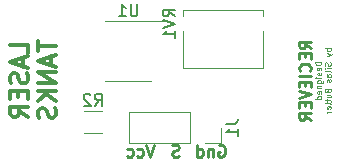
<source format=gbr>
%TF.GenerationSoftware,KiCad,Pcbnew,(6.0.4)*%
%TF.CreationDate,2024-08-12T15:42:03+08:00*%
%TF.ProjectId,laser tanks,6c617365-7220-4746-916e-6b732e6b6963,rev?*%
%TF.SameCoordinates,Original*%
%TF.FileFunction,Legend,Bot*%
%TF.FilePolarity,Positive*%
%FSLAX46Y46*%
G04 Gerber Fmt 4.6, Leading zero omitted, Abs format (unit mm)*
G04 Created by KiCad (PCBNEW (6.0.4)) date 2024-08-12 15:42:03*
%MOMM*%
%LPD*%
G01*
G04 APERTURE LIST*
%ADD10C,0.250000*%
%ADD11C,0.125000*%
%ADD12C,0.300000*%
%ADD13C,0.150000*%
%ADD14C,0.120000*%
G04 APERTURE END LIST*
D10*
X118642857Y-113000000D02*
X118738095Y-112952380D01*
X118880952Y-112952380D01*
X119023809Y-113000000D01*
X119119047Y-113095238D01*
X119166666Y-113190476D01*
X119214285Y-113380952D01*
X119214285Y-113523809D01*
X119166666Y-113714285D01*
X119119047Y-113809523D01*
X119023809Y-113904761D01*
X118880952Y-113952380D01*
X118785714Y-113952380D01*
X118642857Y-113904761D01*
X118595238Y-113857142D01*
X118595238Y-113523809D01*
X118785714Y-113523809D01*
X118166666Y-113285714D02*
X118166666Y-113952380D01*
X118166666Y-113380952D02*
X118119047Y-113333333D01*
X118023809Y-113285714D01*
X117880952Y-113285714D01*
X117785714Y-113333333D01*
X117738095Y-113428571D01*
X117738095Y-113952380D01*
X116833333Y-113952380D02*
X116833333Y-112952380D01*
X116833333Y-113904761D02*
X116928571Y-113952380D01*
X117119047Y-113952380D01*
X117214285Y-113904761D01*
X117261904Y-113857142D01*
X117309523Y-113761904D01*
X117309523Y-113476190D01*
X117261904Y-113380952D01*
X117214285Y-113333333D01*
X117119047Y-113285714D01*
X116928571Y-113285714D01*
X116833333Y-113333333D01*
X115285714Y-113904761D02*
X115142857Y-113952380D01*
X114904761Y-113952380D01*
X114809523Y-113904761D01*
X114761904Y-113857142D01*
X114714285Y-113761904D01*
X114714285Y-113666666D01*
X114761904Y-113571428D01*
X114809523Y-113523809D01*
X114904761Y-113476190D01*
X115095238Y-113428571D01*
X115190476Y-113380952D01*
X115238095Y-113333333D01*
X115285714Y-113238095D01*
X115285714Y-113142857D01*
X115238095Y-113047619D01*
X115190476Y-113000000D01*
X115095238Y-112952380D01*
X114857142Y-112952380D01*
X114714285Y-113000000D01*
X113190476Y-112952380D02*
X112857142Y-113952380D01*
X112523809Y-112952380D01*
X111761904Y-113904761D02*
X111857142Y-113952380D01*
X112047619Y-113952380D01*
X112142857Y-113904761D01*
X112190476Y-113857142D01*
X112238095Y-113761904D01*
X112238095Y-113476190D01*
X112190476Y-113380952D01*
X112142857Y-113333333D01*
X112047619Y-113285714D01*
X111857142Y-113285714D01*
X111761904Y-113333333D01*
X110904761Y-113904761D02*
X111000000Y-113952380D01*
X111190476Y-113952380D01*
X111285714Y-113904761D01*
X111333333Y-113857142D01*
X111380952Y-113761904D01*
X111380952Y-113476190D01*
X111333333Y-113380952D01*
X111285714Y-113333333D01*
X111190476Y-113285714D01*
X111000000Y-113285714D01*
X110904761Y-113333333D01*
X126452380Y-104785714D02*
X125976190Y-104452380D01*
X126452380Y-104214285D02*
X125452380Y-104214285D01*
X125452380Y-104595238D01*
X125500000Y-104690476D01*
X125547619Y-104738095D01*
X125642857Y-104785714D01*
X125785714Y-104785714D01*
X125880952Y-104738095D01*
X125928571Y-104690476D01*
X125976190Y-104595238D01*
X125976190Y-104214285D01*
X125928571Y-105214285D02*
X125928571Y-105547619D01*
X126452380Y-105690476D02*
X126452380Y-105214285D01*
X125452380Y-105214285D01*
X125452380Y-105690476D01*
X126357142Y-106690476D02*
X126404761Y-106642857D01*
X126452380Y-106500000D01*
X126452380Y-106404761D01*
X126404761Y-106261904D01*
X126309523Y-106166666D01*
X126214285Y-106119047D01*
X126023809Y-106071428D01*
X125880952Y-106071428D01*
X125690476Y-106119047D01*
X125595238Y-106166666D01*
X125500000Y-106261904D01*
X125452380Y-106404761D01*
X125452380Y-106500000D01*
X125500000Y-106642857D01*
X125547619Y-106690476D01*
X126452380Y-107119047D02*
X125452380Y-107119047D01*
X125928571Y-107595238D02*
X125928571Y-107928571D01*
X126452380Y-108071428D02*
X126452380Y-107595238D01*
X125452380Y-107595238D01*
X125452380Y-108071428D01*
X125452380Y-108357142D02*
X126452380Y-108690476D01*
X125452380Y-109023809D01*
X125928571Y-109357142D02*
X125928571Y-109690476D01*
X126452380Y-109833333D02*
X126452380Y-109357142D01*
X125452380Y-109357142D01*
X125452380Y-109833333D01*
X126452380Y-110833333D02*
X125976190Y-110500000D01*
X126452380Y-110261904D02*
X125452380Y-110261904D01*
X125452380Y-110642857D01*
X125500000Y-110738095D01*
X125547619Y-110785714D01*
X125642857Y-110833333D01*
X125785714Y-110833333D01*
X125880952Y-110785714D01*
X125928571Y-110738095D01*
X125976190Y-110642857D01*
X125976190Y-110261904D01*
D11*
X127323690Y-105940476D02*
X126823690Y-105940476D01*
X126823690Y-106059523D01*
X126847500Y-106130952D01*
X126895119Y-106178571D01*
X126942738Y-106202380D01*
X127037976Y-106226190D01*
X127109404Y-106226190D01*
X127204642Y-106202380D01*
X127252261Y-106178571D01*
X127299880Y-106130952D01*
X127323690Y-106059523D01*
X127323690Y-105940476D01*
X127299880Y-106630952D02*
X127323690Y-106583333D01*
X127323690Y-106488095D01*
X127299880Y-106440476D01*
X127252261Y-106416666D01*
X127061785Y-106416666D01*
X127014166Y-106440476D01*
X126990357Y-106488095D01*
X126990357Y-106583333D01*
X127014166Y-106630952D01*
X127061785Y-106654761D01*
X127109404Y-106654761D01*
X127157023Y-106416666D01*
X127299880Y-106845238D02*
X127323690Y-106892857D01*
X127323690Y-106988095D01*
X127299880Y-107035714D01*
X127252261Y-107059523D01*
X127228452Y-107059523D01*
X127180833Y-107035714D01*
X127157023Y-106988095D01*
X127157023Y-106916666D01*
X127133214Y-106869047D01*
X127085595Y-106845238D01*
X127061785Y-106845238D01*
X127014166Y-106869047D01*
X126990357Y-106916666D01*
X126990357Y-106988095D01*
X127014166Y-107035714D01*
X127323690Y-107273809D02*
X126990357Y-107273809D01*
X126823690Y-107273809D02*
X126847500Y-107250000D01*
X126871309Y-107273809D01*
X126847500Y-107297619D01*
X126823690Y-107273809D01*
X126871309Y-107273809D01*
X126990357Y-107726190D02*
X127395119Y-107726190D01*
X127442738Y-107702380D01*
X127466547Y-107678571D01*
X127490357Y-107630952D01*
X127490357Y-107559523D01*
X127466547Y-107511904D01*
X127299880Y-107726190D02*
X127323690Y-107678571D01*
X127323690Y-107583333D01*
X127299880Y-107535714D01*
X127276071Y-107511904D01*
X127228452Y-107488095D01*
X127085595Y-107488095D01*
X127037976Y-107511904D01*
X127014166Y-107535714D01*
X126990357Y-107583333D01*
X126990357Y-107678571D01*
X127014166Y-107726190D01*
X126990357Y-107964285D02*
X127323690Y-107964285D01*
X127037976Y-107964285D02*
X127014166Y-107988095D01*
X126990357Y-108035714D01*
X126990357Y-108107142D01*
X127014166Y-108154761D01*
X127061785Y-108178571D01*
X127323690Y-108178571D01*
X127299880Y-108607142D02*
X127323690Y-108559523D01*
X127323690Y-108464285D01*
X127299880Y-108416666D01*
X127252261Y-108392857D01*
X127061785Y-108392857D01*
X127014166Y-108416666D01*
X126990357Y-108464285D01*
X126990357Y-108559523D01*
X127014166Y-108607142D01*
X127061785Y-108630952D01*
X127109404Y-108630952D01*
X127157023Y-108392857D01*
X127323690Y-109059523D02*
X126823690Y-109059523D01*
X127299880Y-109059523D02*
X127323690Y-109011904D01*
X127323690Y-108916666D01*
X127299880Y-108869047D01*
X127276071Y-108845238D01*
X127228452Y-108821428D01*
X127085595Y-108821428D01*
X127037976Y-108845238D01*
X127014166Y-108869047D01*
X126990357Y-108916666D01*
X126990357Y-109011904D01*
X127014166Y-109059523D01*
X128128690Y-104785714D02*
X127628690Y-104785714D01*
X127819166Y-104785714D02*
X127795357Y-104833333D01*
X127795357Y-104928571D01*
X127819166Y-104976190D01*
X127842976Y-105000000D01*
X127890595Y-105023809D01*
X128033452Y-105023809D01*
X128081071Y-105000000D01*
X128104880Y-104976190D01*
X128128690Y-104928571D01*
X128128690Y-104833333D01*
X128104880Y-104785714D01*
X127795357Y-105190476D02*
X128128690Y-105309523D01*
X127795357Y-105428571D02*
X128128690Y-105309523D01*
X128247738Y-105261904D01*
X128271547Y-105238095D01*
X128295357Y-105190476D01*
X128104880Y-105976190D02*
X128128690Y-106047619D01*
X128128690Y-106166666D01*
X128104880Y-106214285D01*
X128081071Y-106238095D01*
X128033452Y-106261904D01*
X127985833Y-106261904D01*
X127938214Y-106238095D01*
X127914404Y-106214285D01*
X127890595Y-106166666D01*
X127866785Y-106071428D01*
X127842976Y-106023809D01*
X127819166Y-106000000D01*
X127771547Y-105976190D01*
X127723928Y-105976190D01*
X127676309Y-106000000D01*
X127652500Y-106023809D01*
X127628690Y-106071428D01*
X127628690Y-106190476D01*
X127652500Y-106261904D01*
X128128690Y-106476190D02*
X127795357Y-106476190D01*
X127628690Y-106476190D02*
X127652500Y-106452380D01*
X127676309Y-106476190D01*
X127652500Y-106500000D01*
X127628690Y-106476190D01*
X127676309Y-106476190D01*
X128128690Y-106785714D02*
X128104880Y-106738095D01*
X128057261Y-106714285D01*
X127628690Y-106714285D01*
X128128690Y-107190476D02*
X127866785Y-107190476D01*
X127819166Y-107166666D01*
X127795357Y-107119047D01*
X127795357Y-107023809D01*
X127819166Y-106976190D01*
X128104880Y-107190476D02*
X128128690Y-107142857D01*
X128128690Y-107023809D01*
X128104880Y-106976190D01*
X128057261Y-106952380D01*
X128009642Y-106952380D01*
X127962023Y-106976190D01*
X127938214Y-107023809D01*
X127938214Y-107142857D01*
X127914404Y-107190476D01*
X128104880Y-107404761D02*
X128128690Y-107452380D01*
X128128690Y-107547619D01*
X128104880Y-107595238D01*
X128057261Y-107619047D01*
X128033452Y-107619047D01*
X127985833Y-107595238D01*
X127962023Y-107547619D01*
X127962023Y-107476190D01*
X127938214Y-107428571D01*
X127890595Y-107404761D01*
X127866785Y-107404761D01*
X127819166Y-107428571D01*
X127795357Y-107476190D01*
X127795357Y-107547619D01*
X127819166Y-107595238D01*
X127866785Y-108380952D02*
X127890595Y-108452380D01*
X127914404Y-108476190D01*
X127962023Y-108500000D01*
X128033452Y-108500000D01*
X128081071Y-108476190D01*
X128104880Y-108452380D01*
X128128690Y-108404761D01*
X128128690Y-108214285D01*
X127628690Y-108214285D01*
X127628690Y-108380952D01*
X127652500Y-108428571D01*
X127676309Y-108452380D01*
X127723928Y-108476190D01*
X127771547Y-108476190D01*
X127819166Y-108452380D01*
X127842976Y-108428571D01*
X127866785Y-108380952D01*
X127866785Y-108214285D01*
X127795357Y-108928571D02*
X128128690Y-108928571D01*
X127795357Y-108714285D02*
X128057261Y-108714285D01*
X128104880Y-108738095D01*
X128128690Y-108785714D01*
X128128690Y-108857142D01*
X128104880Y-108904761D01*
X128081071Y-108928571D01*
X127795357Y-109095238D02*
X127795357Y-109285714D01*
X127628690Y-109166666D02*
X128057261Y-109166666D01*
X128104880Y-109190476D01*
X128128690Y-109238095D01*
X128128690Y-109285714D01*
X128128690Y-109523809D02*
X128104880Y-109476190D01*
X128057261Y-109452380D01*
X127628690Y-109452380D01*
X128104880Y-109904761D02*
X128128690Y-109857142D01*
X128128690Y-109761904D01*
X128104880Y-109714285D01*
X128057261Y-109690476D01*
X127866785Y-109690476D01*
X127819166Y-109714285D01*
X127795357Y-109761904D01*
X127795357Y-109857142D01*
X127819166Y-109904761D01*
X127866785Y-109928571D01*
X127914404Y-109928571D01*
X127962023Y-109690476D01*
X128128690Y-110142857D02*
X127795357Y-110142857D01*
X127890595Y-110142857D02*
X127842976Y-110166666D01*
X127819166Y-110190476D01*
X127795357Y-110238095D01*
X127795357Y-110285714D01*
D12*
X102471071Y-105178571D02*
X102471071Y-104464285D01*
X100971071Y-104464285D01*
X102042500Y-105607142D02*
X102042500Y-106321428D01*
X102471071Y-105464285D02*
X100971071Y-105964285D01*
X102471071Y-106464285D01*
X102399642Y-106892857D02*
X102471071Y-107107142D01*
X102471071Y-107464285D01*
X102399642Y-107607142D01*
X102328214Y-107678571D01*
X102185357Y-107750000D01*
X102042500Y-107750000D01*
X101899642Y-107678571D01*
X101828214Y-107607142D01*
X101756785Y-107464285D01*
X101685357Y-107178571D01*
X101613928Y-107035714D01*
X101542500Y-106964285D01*
X101399642Y-106892857D01*
X101256785Y-106892857D01*
X101113928Y-106964285D01*
X101042500Y-107035714D01*
X100971071Y-107178571D01*
X100971071Y-107535714D01*
X101042500Y-107750000D01*
X101685357Y-108392857D02*
X101685357Y-108892857D01*
X102471071Y-109107142D02*
X102471071Y-108392857D01*
X100971071Y-108392857D01*
X100971071Y-109107142D01*
X102471071Y-110607142D02*
X101756785Y-110107142D01*
X102471071Y-109750000D02*
X100971071Y-109750000D01*
X100971071Y-110321428D01*
X101042500Y-110464285D01*
X101113928Y-110535714D01*
X101256785Y-110607142D01*
X101471071Y-110607142D01*
X101613928Y-110535714D01*
X101685357Y-110464285D01*
X101756785Y-110321428D01*
X101756785Y-109750000D01*
X103386071Y-104178571D02*
X103386071Y-105035714D01*
X104886071Y-104607142D02*
X103386071Y-104607142D01*
X104457500Y-105464285D02*
X104457500Y-106178571D01*
X104886071Y-105321428D02*
X103386071Y-105821428D01*
X104886071Y-106321428D01*
X104886071Y-106821428D02*
X103386071Y-106821428D01*
X104886071Y-107678571D01*
X103386071Y-107678571D01*
X104886071Y-108392857D02*
X103386071Y-108392857D01*
X104886071Y-109250000D02*
X104028928Y-108607142D01*
X103386071Y-109250000D02*
X104243214Y-108392857D01*
X104814642Y-109821428D02*
X104886071Y-110035714D01*
X104886071Y-110392857D01*
X104814642Y-110535714D01*
X104743214Y-110607142D01*
X104600357Y-110678571D01*
X104457500Y-110678571D01*
X104314642Y-110607142D01*
X104243214Y-110535714D01*
X104171785Y-110392857D01*
X104100357Y-110107142D01*
X104028928Y-109964285D01*
X103957500Y-109892857D01*
X103814642Y-109821428D01*
X103671785Y-109821428D01*
X103528928Y-109892857D01*
X103457500Y-109964285D01*
X103386071Y-110107142D01*
X103386071Y-110464285D01*
X103457500Y-110678571D01*
D13*
%TO.C,RV1*%
X114917380Y-102079761D02*
X114441190Y-101746428D01*
X114917380Y-101508333D02*
X113917380Y-101508333D01*
X113917380Y-101889285D01*
X113965000Y-101984523D01*
X114012619Y-102032142D01*
X114107857Y-102079761D01*
X114250714Y-102079761D01*
X114345952Y-102032142D01*
X114393571Y-101984523D01*
X114441190Y-101889285D01*
X114441190Y-101508333D01*
X113917380Y-102365476D02*
X114917380Y-102698809D01*
X113917380Y-103032142D01*
X114917380Y-103889285D02*
X114917380Y-103317857D01*
X114917380Y-103603571D02*
X113917380Y-103603571D01*
X114060238Y-103508333D01*
X114155476Y-103413095D01*
X114203095Y-103317857D01*
%TO.C,U1*%
X111761904Y-101052380D02*
X111761904Y-101861904D01*
X111714285Y-101957142D01*
X111666666Y-102004761D01*
X111571428Y-102052380D01*
X111380952Y-102052380D01*
X111285714Y-102004761D01*
X111238095Y-101957142D01*
X111190476Y-101861904D01*
X111190476Y-101052380D01*
X110190476Y-102052380D02*
X110761904Y-102052380D01*
X110476190Y-102052380D02*
X110476190Y-101052380D01*
X110571428Y-101195238D01*
X110666666Y-101290476D01*
X110761904Y-101338095D01*
%TO.C,R2*%
X108166666Y-109632380D02*
X108500000Y-109156190D01*
X108738095Y-109632380D02*
X108738095Y-108632380D01*
X108357142Y-108632380D01*
X108261904Y-108680000D01*
X108214285Y-108727619D01*
X108166666Y-108822857D01*
X108166666Y-108965714D01*
X108214285Y-109060952D01*
X108261904Y-109108571D01*
X108357142Y-109156190D01*
X108738095Y-109156190D01*
X107785714Y-108727619D02*
X107738095Y-108680000D01*
X107642857Y-108632380D01*
X107404761Y-108632380D01*
X107309523Y-108680000D01*
X107261904Y-108727619D01*
X107214285Y-108822857D01*
X107214285Y-108918095D01*
X107261904Y-109060952D01*
X107833333Y-109632380D01*
X107214285Y-109632380D01*
%TO.C,J1*%
X119282380Y-111166666D02*
X119996666Y-111166666D01*
X120139523Y-111119047D01*
X120234761Y-111023809D01*
X120282380Y-110880952D01*
X120282380Y-110785714D01*
X120282380Y-112166666D02*
X120282380Y-111595238D01*
X120282380Y-111880952D02*
X119282380Y-111880952D01*
X119425238Y-111785714D01*
X119520476Y-111690476D01*
X119568095Y-111595238D01*
D14*
%TO.C,RV1*%
X115595000Y-103325000D02*
X115595000Y-106475000D01*
X122435000Y-101535000D02*
X122435000Y-102025000D01*
X122435000Y-103325000D02*
X122435000Y-106475000D01*
X115595000Y-106475000D02*
X122435000Y-106475000D01*
X115595000Y-101535000D02*
X122435000Y-101535000D01*
X115595000Y-101535000D02*
X115595000Y-102025000D01*
%TO.C,U1*%
X111000000Y-102440000D02*
X109050000Y-102440000D01*
X111000000Y-107560000D02*
X109050000Y-107560000D01*
X111000000Y-102440000D02*
X114450000Y-102440000D01*
X111000000Y-107560000D02*
X112950000Y-107560000D01*
%TO.C,R2*%
X108727064Y-111910000D02*
X107272936Y-111910000D01*
X108727064Y-110090000D02*
X107272936Y-110090000D01*
%TO.C,J1*%
X111090000Y-112830000D02*
X111090000Y-110170000D01*
X116230000Y-112830000D02*
X111090000Y-112830000D01*
X117500000Y-112830000D02*
X118830000Y-112830000D01*
X116230000Y-110170000D02*
X111090000Y-110170000D01*
X118830000Y-112830000D02*
X118830000Y-111500000D01*
X116230000Y-112830000D02*
X116230000Y-110170000D01*
%TD*%
M02*

</source>
